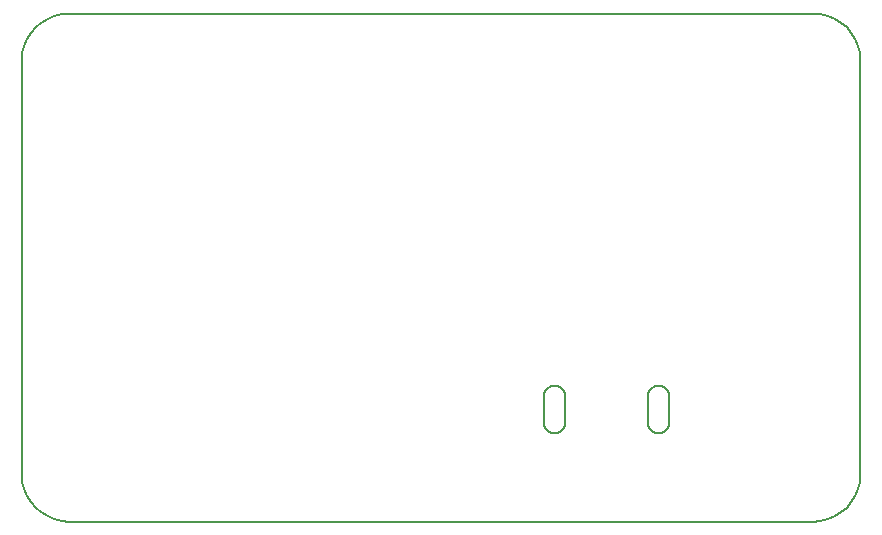
<source format=gbr>
%FSTAX24Y24*%
%MOIN*%
%IN AUX1.GBR *%
%ADD10C,0.0050*%
D10*X017756Y002953D02*G01X017848Y002965D01*X017933Y003D01*
X018006Y003057D01*X018063Y00313D01*X018098Y003215D01*X01811Y003307D01*
Y004173D01*X018098Y004265D01*X018063Y00435D01*X018006Y004424D01*
X017933Y00448D01*X017848Y004515D01*X017756Y004528D01*X017664Y004515D01*
X017579Y00448D01*X017505Y004424D01*X017449Y00435D01*X017414Y004265D01*
X017402Y004173D01*Y003307D01*X017414Y003215D01*X017449Y00313D01*
X017505Y003057D01*X017579Y003D01*X017664Y002965D01*X017756Y002953D01*
X02122D02*X021312Y002965D01*X021398Y003D01*X021471Y003057D01*
X021527Y00313D01*X021563Y003215D01*X021575Y003307D01*Y004173D01*
X021563Y004265D01*X021527Y00435D01*X021471Y004424D01*X021398Y00448D01*
X021312Y004515D01*X02122Y004528D01*X021129Y004515D01*X021043Y00448D01*
X02097Y004424D01*X020914Y00435D01*X020878Y004265D01*X020866Y004173D01*
Y003307D01*X020878Y003215D01*X020914Y00313D01*X02097Y003057D01*
X021043Y003D01*X021129Y002965D01*X02122Y002953D01*X013976Y0D02*
X001575D01*X001328Y000019D01*X001088Y000077D01*X00086Y000172D01*
X000649Y000301D01*X000461Y000461D01*X000301Y000649D01*X000172Y00086D01*
X000077Y001088D01*X000019Y001328D01*X0Y001575D01*Y015354D01*
X000019Y015601D01*X000077Y015841D01*X000172Y016069D01*X000301Y01628D01*
X000461Y016468D01*X000649Y016628D01*X00086Y016757D01*X001088Y016852D01*
X001328Y01691D01*X001575Y016929D01*X026378D01*X026624Y01691D01*
X026865Y016852D01*X027093Y016757D01*X027304Y016628D01*
X027492Y016468D01*X027652Y01628D01*X027781Y016069D01*X027876Y015841D01*
X027933Y015601D01*X027953Y015354D01*Y001575D01*X027933Y001328D01*
X027876Y001088D01*X027781Y00086D01*X027652Y000649D01*X027492Y000461D01*
X027304Y000301D01*X027093Y000172D01*X026865Y000077D01*
X026624Y000019D01*X026378Y0D01*X013976D01*
M02*
</source>
